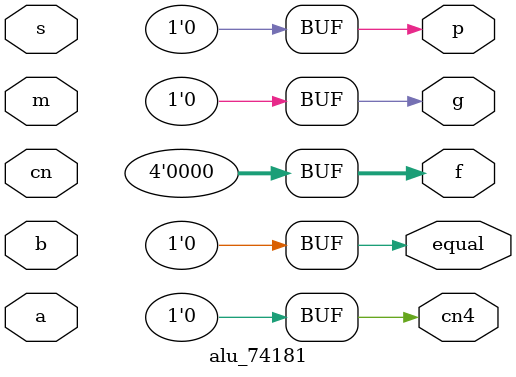
<source format=sv>
module alu_74181 (a, b, cn, s, m, f, cn4, equal, p, g);

  input logic [3:0] a, b, s;
  input logic cn, m;
  output logic [3:0] f;
  output logic cn4, equal, p, g;

  assign f = '0;
  assign cn4 = '0;
  assign equal = '0;
  assign p = '0;
  assign g = '0;

endmodule

</source>
